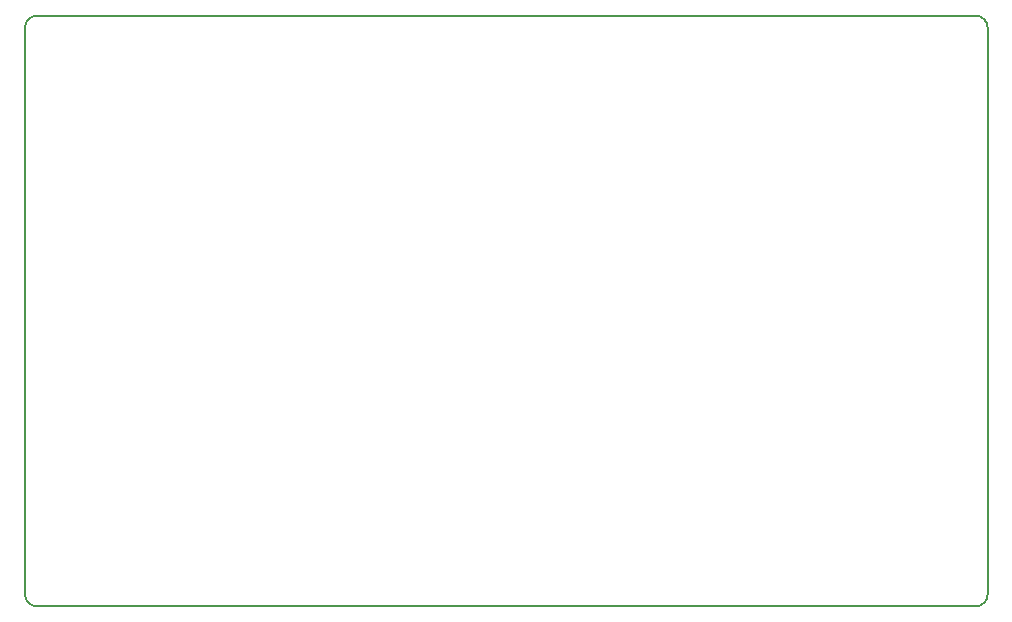
<source format=gm1>
G04 #@! TF.FileFunction,Profile,NP*
%FSLAX46Y46*%
G04 Gerber Fmt 4.6, Leading zero omitted, Abs format (unit mm)*
G04 Created by KiCad (PCBNEW 4.0.6-e0-6349~53~ubuntu16.04.1) date Mon Aug 21 19:14:56 2017*
%MOMM*%
%LPD*%
G01*
G04 APERTURE LIST*
%ADD10C,0.100000*%
%ADD11C,0.150000*%
G04 APERTURE END LIST*
D10*
D11*
X133500000Y-115000000D02*
X133500000Y-67000000D01*
X214000000Y-116000000D02*
X134500000Y-116000000D01*
X215000000Y-67000000D02*
X215000000Y-115000000D01*
X134500000Y-66000000D02*
X214000000Y-66000000D01*
X214000000Y-116000000D02*
G75*
G03X215000000Y-115000000I0J1000000D01*
G01*
X215000000Y-67000000D02*
G75*
G03X214000000Y-66000000I-1000000J0D01*
G01*
X134500000Y-66000000D02*
G75*
G03X133500000Y-67000000I0J-1000000D01*
G01*
X133500000Y-115000000D02*
G75*
G03X134500000Y-116000000I1000000J0D01*
G01*
M02*

</source>
